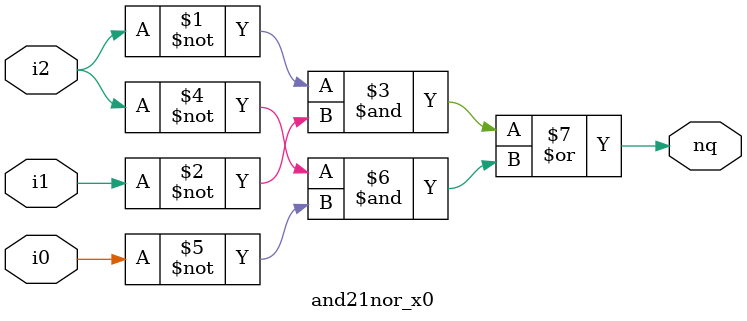
<source format=v>
/*                                                                      */
/*  Avertec Release v3.4p5 (64 bits on Linux 6.15.8-1-default)          */
/*  Generation date Fri Aug 15 11:22:42 2025                            */
/*                                                                      */
/*  Verilog data flow description generated from `and21nor_x0`          */
/*                                                                      */


`timescale 1 ps/1 ps

module and21nor_x0 (nq, i0, i1, i2);

  output nq;
  input  i0;
  input  i1;
  input  i2;


  assign nq = ((~(i2) & ~(i1)) | (~(i2) & ~(i0)));

endmodule

</source>
